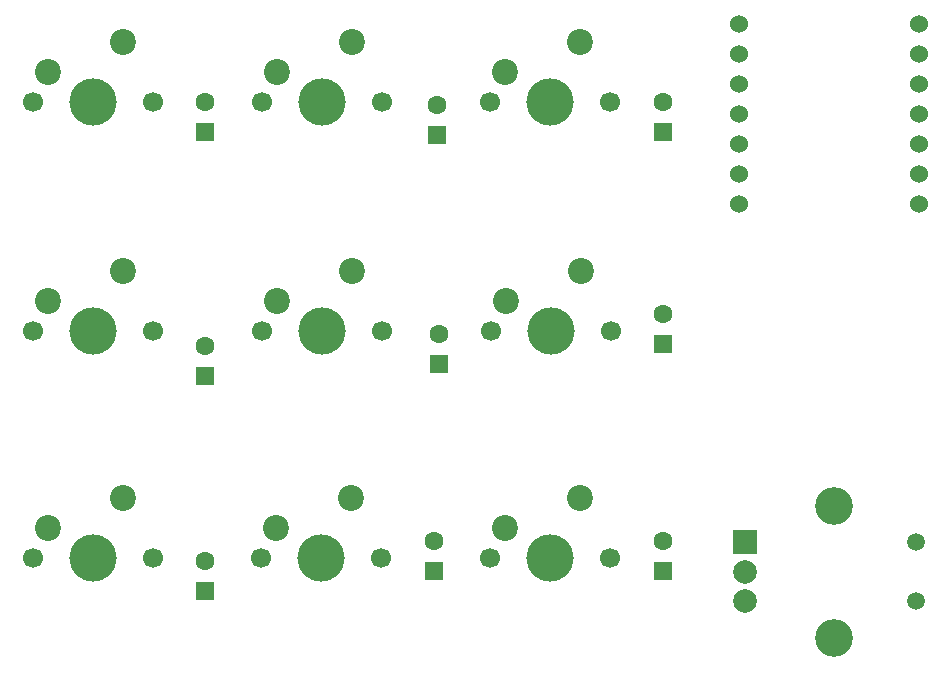
<source format=gbr>
%TF.GenerationSoftware,KiCad,Pcbnew,9.0.2*%
%TF.CreationDate,2025-06-24T13:56:58-07:00*%
%TF.ProjectId,meghanaHackpad,6d656768-616e-4614-9861-636b7061642e,rev?*%
%TF.SameCoordinates,Original*%
%TF.FileFunction,Soldermask,Bot*%
%TF.FilePolarity,Negative*%
%FSLAX46Y46*%
G04 Gerber Fmt 4.6, Leading zero omitted, Abs format (unit mm)*
G04 Created by KiCad (PCBNEW 9.0.2) date 2025-06-24 13:56:58*
%MOMM*%
%LPD*%
G01*
G04 APERTURE LIST*
G04 Aperture macros list*
%AMRoundRect*
0 Rectangle with rounded corners*
0 $1 Rounding radius*
0 $2 $3 $4 $5 $6 $7 $8 $9 X,Y pos of 4 corners*
0 Add a 4 corners polygon primitive as box body*
4,1,4,$2,$3,$4,$5,$6,$7,$8,$9,$2,$3,0*
0 Add four circle primitives for the rounded corners*
1,1,$1+$1,$2,$3*
1,1,$1+$1,$4,$5*
1,1,$1+$1,$6,$7*
1,1,$1+$1,$8,$9*
0 Add four rect primitives between the rounded corners*
20,1,$1+$1,$2,$3,$4,$5,0*
20,1,$1+$1,$4,$5,$6,$7,0*
20,1,$1+$1,$6,$7,$8,$9,0*
20,1,$1+$1,$8,$9,$2,$3,0*%
G04 Aperture macros list end*
%ADD10RoundRect,0.250000X0.550000X-0.550000X0.550000X0.550000X-0.550000X0.550000X-0.550000X-0.550000X0*%
%ADD11C,1.600000*%
%ADD12C,1.700000*%
%ADD13C,4.000000*%
%ADD14C,2.200000*%
%ADD15C,1.500000*%
%ADD16R,2.000000X2.000000*%
%ADD17C,2.000000*%
%ADD18C,3.200000*%
%ADD19C,1.524000*%
G04 APERTURE END LIST*
D10*
%TO.C,D4*%
X132000000Y-82314315D03*
D11*
X132000000Y-79774315D03*
%TD*%
D10*
%TO.C,D1*%
X112385000Y-82020000D03*
D11*
X112385000Y-79480000D03*
%TD*%
D10*
%TO.C,D8*%
X151185000Y-99994315D03*
D11*
X151185000Y-97454315D03*
%TD*%
D10*
%TO.C,D9*%
X151135000Y-119254315D03*
D11*
X151135000Y-116714315D03*
%TD*%
D10*
%TO.C,D7*%
X151135000Y-82080000D03*
D11*
X151135000Y-79540000D03*
%TD*%
D12*
%TO.C,SW8*%
X136580000Y-98880000D03*
D13*
X141660000Y-98880000D03*
D12*
X146740000Y-98880000D03*
D14*
X144200000Y-93800000D03*
X137850000Y-96340000D03*
%TD*%
D12*
%TO.C,SW1*%
X97780000Y-79480000D03*
D13*
X102860000Y-79480000D03*
D12*
X107940000Y-79480000D03*
D14*
X105400000Y-74400000D03*
X99050000Y-76940000D03*
%TD*%
D10*
%TO.C,D6*%
X131735000Y-119254315D03*
D11*
X131735000Y-116714315D03*
%TD*%
D12*
%TO.C,SW6*%
X117130000Y-118140000D03*
D13*
X122210000Y-118140000D03*
D12*
X127290000Y-118140000D03*
D14*
X124750000Y-113060000D03*
X118400000Y-115600000D03*
%TD*%
D12*
%TO.C,SW7*%
X136530000Y-79540000D03*
D13*
X141610000Y-79540000D03*
D12*
X146690000Y-79540000D03*
D14*
X144150000Y-74460000D03*
X137800000Y-77000000D03*
%TD*%
D12*
%TO.C,SW4*%
X117180000Y-79480000D03*
D13*
X122260000Y-79480000D03*
D12*
X127340000Y-79480000D03*
D14*
X124800000Y-74400000D03*
X118450000Y-76940000D03*
%TD*%
D12*
%TO.C,SW9*%
X136530000Y-118140000D03*
D13*
X141610000Y-118140000D03*
D12*
X146690000Y-118140000D03*
D14*
X144150000Y-113060000D03*
X137800000Y-115600000D03*
%TD*%
D10*
%TO.C,D5*%
X132200000Y-101714315D03*
D11*
X132200000Y-99174315D03*
%TD*%
D12*
%TO.C,SW3*%
X97780000Y-118080000D03*
D13*
X102860000Y-118080000D03*
D12*
X107940000Y-118080000D03*
D14*
X105400000Y-113000000D03*
X99050000Y-115540000D03*
%TD*%
D10*
%TO.C,D2*%
X112400000Y-102714315D03*
D11*
X112400000Y-100174315D03*
%TD*%
D12*
%TO.C,SW5*%
X117180000Y-98880000D03*
D13*
X122260000Y-98880000D03*
D12*
X127340000Y-98880000D03*
D14*
X124800000Y-93800000D03*
X118450000Y-96340000D03*
%TD*%
D12*
%TO.C,SW2*%
X97780000Y-98880000D03*
D13*
X102860000Y-98880000D03*
D12*
X107940000Y-98880000D03*
D14*
X105400000Y-93800000D03*
X99050000Y-96340000D03*
%TD*%
D10*
%TO.C,D3*%
X112385000Y-120914315D03*
D11*
X112385000Y-118374315D03*
%TD*%
D15*
%TO.C,SW10*%
X172600000Y-116800000D03*
X172600000Y-121800000D03*
D16*
X158100000Y-116800000D03*
D17*
X158100000Y-121800000D03*
X158100000Y-119300000D03*
D18*
X165600000Y-113700000D03*
X165600000Y-124900000D03*
%TD*%
D19*
%TO.C,U1*%
X157580000Y-72948500D03*
X157580000Y-75488500D03*
X157580000Y-78028500D03*
X157580000Y-80568500D03*
X157580000Y-83108500D03*
X157580000Y-85648500D03*
X157580000Y-88188500D03*
X172820000Y-88188500D03*
X172820000Y-85648500D03*
X172820000Y-83108500D03*
X172820000Y-80568500D03*
X172820000Y-78028500D03*
X172820000Y-75488500D03*
X172820000Y-72948500D03*
%TD*%
M02*

</source>
